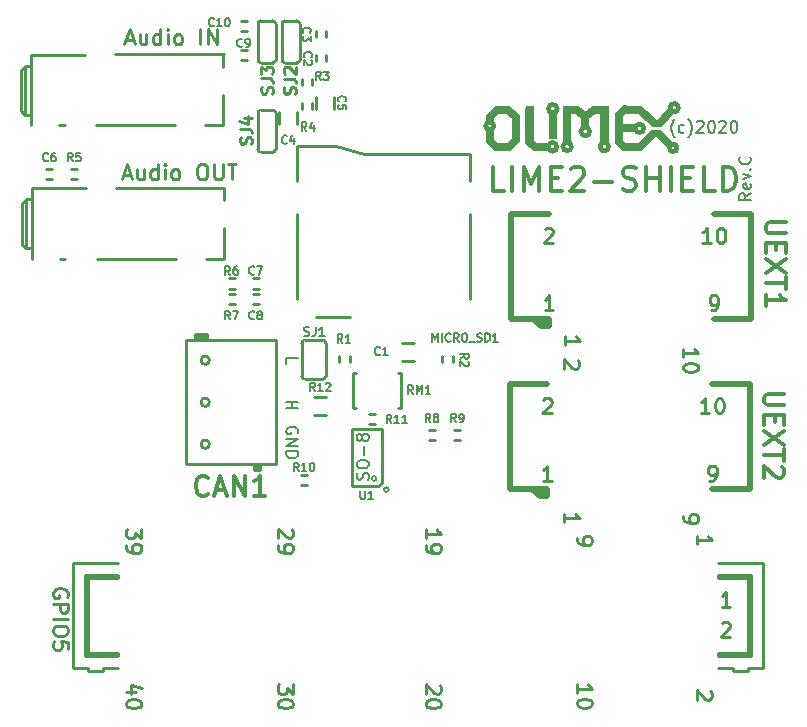
<source format=gbr>
%TF.GenerationSoftware,KiCad,Pcbnew,5.1.5+dfsg1-2build2*%
%TF.CreationDate,2020-06-30T13:18:29+03:00*%
%TF.ProjectId,Lime2-SHIELD_RevB,4c696d65-322d-4534-9849-454c445f5265,D*%
%TF.SameCoordinates,Original*%
%TF.FileFunction,Legend,Top*%
%TF.FilePolarity,Positive*%
%FSLAX46Y46*%
G04 Gerber Fmt 4.6, Leading zero omitted, Abs format (unit mm)*
G04 Created by KiCad (PCBNEW 5.1.5+dfsg1-2build2) date 2020-06-30 13:18:29*
%MOMM*%
%LPD*%
G04 APERTURE LIST*
%ADD10C,0.150000*%
%ADD11C,0.250000*%
%ADD12C,0.350000*%
%ADD13C,0.254000*%
%ADD14C,0.100000*%
%ADD15C,0.700000*%
%ADD16C,0.400000*%
%ADD17C,0.500000*%
%ADD18C,0.508000*%
%ADD19C,0.127000*%
%ADD20C,0.190500*%
%ADD21C,0.300000*%
%ADD22C,0.203200*%
G04 APERTURE END LIST*
D10*
X162707580Y-57016495D02*
X162231390Y-57349828D01*
X162707580Y-57587923D02*
X161707580Y-57587923D01*
X161707580Y-57206971D01*
X161755200Y-57111733D01*
X161802819Y-57064114D01*
X161898057Y-57016495D01*
X162040914Y-57016495D01*
X162136152Y-57064114D01*
X162183771Y-57111733D01*
X162231390Y-57206971D01*
X162231390Y-57587923D01*
X162659961Y-56206971D02*
X162707580Y-56302209D01*
X162707580Y-56492685D01*
X162659961Y-56587923D01*
X162564723Y-56635542D01*
X162183771Y-56635542D01*
X162088533Y-56587923D01*
X162040914Y-56492685D01*
X162040914Y-56302209D01*
X162088533Y-56206971D01*
X162183771Y-56159352D01*
X162279009Y-56159352D01*
X162374247Y-56635542D01*
X162040914Y-55826019D02*
X162707580Y-55587923D01*
X162040914Y-55349828D01*
X162612342Y-54968876D02*
X162659961Y-54921257D01*
X162707580Y-54968876D01*
X162659961Y-55016495D01*
X162612342Y-54968876D01*
X162707580Y-54968876D01*
X162612342Y-53921257D02*
X162659961Y-53968876D01*
X162707580Y-54111733D01*
X162707580Y-54206971D01*
X162659961Y-54349828D01*
X162564723Y-54445066D01*
X162469485Y-54492685D01*
X162279009Y-54540304D01*
X162136152Y-54540304D01*
X161945676Y-54492685D01*
X161850438Y-54445066D01*
X161755200Y-54349828D01*
X161707580Y-54206971D01*
X161707580Y-54111733D01*
X161755200Y-53968876D01*
X161802819Y-53921257D01*
D11*
X156961904Y-70902380D02*
X156961904Y-70159523D01*
X156961904Y-70530952D02*
X158261904Y-70530952D01*
X158076190Y-70407142D01*
X157952380Y-70283333D01*
X157890476Y-70159523D01*
X158261904Y-71707142D02*
X158261904Y-71830952D01*
X158200000Y-71954761D01*
X158138095Y-72016666D01*
X158014285Y-72078571D01*
X157766666Y-72140476D01*
X157457142Y-72140476D01*
X157209523Y-72078571D01*
X157085714Y-72016666D01*
X157023809Y-71954761D01*
X156961904Y-71830952D01*
X156961904Y-71707142D01*
X157023809Y-71583333D01*
X157085714Y-71521428D01*
X157209523Y-71459523D01*
X157457142Y-71397619D01*
X157766666Y-71397619D01*
X158014285Y-71459523D01*
X158138095Y-71521428D01*
X158200000Y-71583333D01*
X158261904Y-71707142D01*
X156961904Y-84302380D02*
X156961904Y-84550000D01*
X157023809Y-84673809D01*
X157085714Y-84735714D01*
X157271428Y-84859523D01*
X157519047Y-84921428D01*
X158014285Y-84921428D01*
X158138095Y-84859523D01*
X158200000Y-84797619D01*
X158261904Y-84673809D01*
X158261904Y-84426190D01*
X158200000Y-84302380D01*
X158138095Y-84240476D01*
X158014285Y-84178571D01*
X157704761Y-84178571D01*
X157580952Y-84240476D01*
X157519047Y-84302380D01*
X157457142Y-84426190D01*
X157457142Y-84673809D01*
X157519047Y-84797619D01*
X157580952Y-84859523D01*
X157704761Y-84921428D01*
X148038095Y-71128571D02*
X148100000Y-71190476D01*
X148161904Y-71314285D01*
X148161904Y-71623809D01*
X148100000Y-71747619D01*
X148038095Y-71809523D01*
X147914285Y-71871428D01*
X147790476Y-71871428D01*
X147604761Y-71809523D01*
X146861904Y-71066666D01*
X146861904Y-71871428D01*
X146961904Y-69871428D02*
X146961904Y-69128571D01*
X146961904Y-69500000D02*
X148261904Y-69500000D01*
X148076190Y-69376190D01*
X147952380Y-69252380D01*
X147890476Y-69128571D01*
X146911904Y-84871428D02*
X146911904Y-84128571D01*
X146911904Y-84500000D02*
X148211904Y-84500000D01*
X148026190Y-84376190D01*
X147902380Y-84252380D01*
X147840476Y-84128571D01*
D10*
X123372619Y-74644285D02*
X124372619Y-74644285D01*
X123896428Y-74644285D02*
X123896428Y-75215714D01*
X123372619Y-75215714D02*
X124372619Y-75215714D01*
X123372619Y-71429523D02*
X123372619Y-70953333D01*
X124372619Y-70953333D01*
X124325000Y-77343095D02*
X124372619Y-77247857D01*
X124372619Y-77105000D01*
X124325000Y-76962142D01*
X124229761Y-76866904D01*
X124134523Y-76819285D01*
X123944047Y-76771666D01*
X123801190Y-76771666D01*
X123610714Y-76819285D01*
X123515476Y-76866904D01*
X123420238Y-76962142D01*
X123372619Y-77105000D01*
X123372619Y-77200238D01*
X123420238Y-77343095D01*
X123467857Y-77390714D01*
X123801190Y-77390714D01*
X123801190Y-77200238D01*
X123372619Y-77819285D02*
X124372619Y-77819285D01*
X123372619Y-78390714D01*
X124372619Y-78390714D01*
X123372619Y-78866904D02*
X124372619Y-78866904D01*
X124372619Y-79105000D01*
X124325000Y-79247857D01*
X124229761Y-79343095D01*
X124134523Y-79390714D01*
X123944047Y-79438333D01*
X123801190Y-79438333D01*
X123610714Y-79390714D01*
X123515476Y-79343095D01*
X123420238Y-79247857D01*
X123372619Y-79105000D01*
X123372619Y-78866904D01*
D11*
X109564285Y-55461666D02*
X110183333Y-55461666D01*
X109440476Y-55833095D02*
X109873809Y-54533095D01*
X110307142Y-55833095D01*
X111297619Y-54966428D02*
X111297619Y-55833095D01*
X110740476Y-54966428D02*
X110740476Y-55647380D01*
X110802380Y-55771190D01*
X110926190Y-55833095D01*
X111111904Y-55833095D01*
X111235714Y-55771190D01*
X111297619Y-55709285D01*
X112473809Y-55833095D02*
X112473809Y-54533095D01*
X112473809Y-55771190D02*
X112350000Y-55833095D01*
X112102380Y-55833095D01*
X111978571Y-55771190D01*
X111916666Y-55709285D01*
X111854761Y-55585476D01*
X111854761Y-55214047D01*
X111916666Y-55090238D01*
X111978571Y-55028333D01*
X112102380Y-54966428D01*
X112350000Y-54966428D01*
X112473809Y-55028333D01*
X113092857Y-55833095D02*
X113092857Y-54966428D01*
X113092857Y-54533095D02*
X113030952Y-54595000D01*
X113092857Y-54656904D01*
X113154761Y-54595000D01*
X113092857Y-54533095D01*
X113092857Y-54656904D01*
X113897619Y-55833095D02*
X113773809Y-55771190D01*
X113711904Y-55709285D01*
X113650000Y-55585476D01*
X113650000Y-55214047D01*
X113711904Y-55090238D01*
X113773809Y-55028333D01*
X113897619Y-54966428D01*
X114083333Y-54966428D01*
X114207142Y-55028333D01*
X114269047Y-55090238D01*
X114330952Y-55214047D01*
X114330952Y-55585476D01*
X114269047Y-55709285D01*
X114207142Y-55771190D01*
X114083333Y-55833095D01*
X113897619Y-55833095D01*
X116126190Y-54533095D02*
X116373809Y-54533095D01*
X116497619Y-54595000D01*
X116621428Y-54718809D01*
X116683333Y-54966428D01*
X116683333Y-55399761D01*
X116621428Y-55647380D01*
X116497619Y-55771190D01*
X116373809Y-55833095D01*
X116126190Y-55833095D01*
X116002380Y-55771190D01*
X115878571Y-55647380D01*
X115816666Y-55399761D01*
X115816666Y-54966428D01*
X115878571Y-54718809D01*
X116002380Y-54595000D01*
X116126190Y-54533095D01*
X117240476Y-54533095D02*
X117240476Y-55585476D01*
X117302380Y-55709285D01*
X117364285Y-55771190D01*
X117488095Y-55833095D01*
X117735714Y-55833095D01*
X117859523Y-55771190D01*
X117921428Y-55709285D01*
X117983333Y-55585476D01*
X117983333Y-54533095D01*
X118416666Y-54533095D02*
X119159523Y-54533095D01*
X118788095Y-55833095D02*
X118788095Y-54533095D01*
X109795952Y-44031666D02*
X110415000Y-44031666D01*
X109672142Y-44403095D02*
X110105476Y-43103095D01*
X110538809Y-44403095D01*
X111529285Y-43536428D02*
X111529285Y-44403095D01*
X110972142Y-43536428D02*
X110972142Y-44217380D01*
X111034047Y-44341190D01*
X111157857Y-44403095D01*
X111343571Y-44403095D01*
X111467380Y-44341190D01*
X111529285Y-44279285D01*
X112705476Y-44403095D02*
X112705476Y-43103095D01*
X112705476Y-44341190D02*
X112581666Y-44403095D01*
X112334047Y-44403095D01*
X112210238Y-44341190D01*
X112148333Y-44279285D01*
X112086428Y-44155476D01*
X112086428Y-43784047D01*
X112148333Y-43660238D01*
X112210238Y-43598333D01*
X112334047Y-43536428D01*
X112581666Y-43536428D01*
X112705476Y-43598333D01*
X113324523Y-44403095D02*
X113324523Y-43536428D01*
X113324523Y-43103095D02*
X113262619Y-43165000D01*
X113324523Y-43226904D01*
X113386428Y-43165000D01*
X113324523Y-43103095D01*
X113324523Y-43226904D01*
X114129285Y-44403095D02*
X114005476Y-44341190D01*
X113943571Y-44279285D01*
X113881666Y-44155476D01*
X113881666Y-43784047D01*
X113943571Y-43660238D01*
X114005476Y-43598333D01*
X114129285Y-43536428D01*
X114315000Y-43536428D01*
X114438809Y-43598333D01*
X114500714Y-43660238D01*
X114562619Y-43784047D01*
X114562619Y-44155476D01*
X114500714Y-44279285D01*
X114438809Y-44341190D01*
X114315000Y-44403095D01*
X114129285Y-44403095D01*
X116110238Y-44403095D02*
X116110238Y-43103095D01*
X116729285Y-44403095D02*
X116729285Y-43103095D01*
X117472142Y-44403095D01*
X117472142Y-43103095D01*
D10*
X156273809Y-52268333D02*
X156226190Y-52220714D01*
X156130952Y-52077857D01*
X156083333Y-51982619D01*
X156035714Y-51839761D01*
X155988095Y-51601666D01*
X155988095Y-51411190D01*
X156035714Y-51173095D01*
X156083333Y-51030238D01*
X156130952Y-50935000D01*
X156226190Y-50792142D01*
X156273809Y-50744523D01*
X157083333Y-51839761D02*
X156988095Y-51887380D01*
X156797619Y-51887380D01*
X156702380Y-51839761D01*
X156654761Y-51792142D01*
X156607142Y-51696904D01*
X156607142Y-51411190D01*
X156654761Y-51315952D01*
X156702380Y-51268333D01*
X156797619Y-51220714D01*
X156988095Y-51220714D01*
X157083333Y-51268333D01*
X157416666Y-52268333D02*
X157464285Y-52220714D01*
X157559523Y-52077857D01*
X157607142Y-51982619D01*
X157654761Y-51839761D01*
X157702380Y-51601666D01*
X157702380Y-51411190D01*
X157654761Y-51173095D01*
X157607142Y-51030238D01*
X157559523Y-50935000D01*
X157464285Y-50792142D01*
X157416666Y-50744523D01*
X158130952Y-50982619D02*
X158178571Y-50935000D01*
X158273809Y-50887380D01*
X158511904Y-50887380D01*
X158607142Y-50935000D01*
X158654761Y-50982619D01*
X158702380Y-51077857D01*
X158702380Y-51173095D01*
X158654761Y-51315952D01*
X158083333Y-51887380D01*
X158702380Y-51887380D01*
X159321428Y-50887380D02*
X159416666Y-50887380D01*
X159511904Y-50935000D01*
X159559523Y-50982619D01*
X159607142Y-51077857D01*
X159654761Y-51268333D01*
X159654761Y-51506428D01*
X159607142Y-51696904D01*
X159559523Y-51792142D01*
X159511904Y-51839761D01*
X159416666Y-51887380D01*
X159321428Y-51887380D01*
X159226190Y-51839761D01*
X159178571Y-51792142D01*
X159130952Y-51696904D01*
X159083333Y-51506428D01*
X159083333Y-51268333D01*
X159130952Y-51077857D01*
X159178571Y-50982619D01*
X159226190Y-50935000D01*
X159321428Y-50887380D01*
X160035714Y-50982619D02*
X160083333Y-50935000D01*
X160178571Y-50887380D01*
X160416666Y-50887380D01*
X160511904Y-50935000D01*
X160559523Y-50982619D01*
X160607142Y-51077857D01*
X160607142Y-51173095D01*
X160559523Y-51315952D01*
X159988095Y-51887380D01*
X160607142Y-51887380D01*
X161226190Y-50887380D02*
X161321428Y-50887380D01*
X161416666Y-50935000D01*
X161464285Y-50982619D01*
X161511904Y-51077857D01*
X161559523Y-51268333D01*
X161559523Y-51506428D01*
X161511904Y-51696904D01*
X161464285Y-51792142D01*
X161416666Y-51839761D01*
X161321428Y-51887380D01*
X161226190Y-51887380D01*
X161130952Y-51839761D01*
X161083333Y-51792142D01*
X161035714Y-51696904D01*
X160988095Y-51506428D01*
X160988095Y-51268333D01*
X161035714Y-51077857D01*
X161083333Y-50982619D01*
X161130952Y-50935000D01*
X161226190Y-50887380D01*
D12*
X141844285Y-56784761D02*
X140891904Y-56784761D01*
X140891904Y-54784761D01*
X142510952Y-56784761D02*
X142510952Y-54784761D01*
X143463333Y-56784761D02*
X143463333Y-54784761D01*
X144130000Y-56213333D01*
X144796666Y-54784761D01*
X144796666Y-56784761D01*
X145749047Y-55737142D02*
X146415714Y-55737142D01*
X146701428Y-56784761D02*
X145749047Y-56784761D01*
X145749047Y-54784761D01*
X146701428Y-54784761D01*
X147463333Y-54975238D02*
X147558571Y-54880000D01*
X147749047Y-54784761D01*
X148225238Y-54784761D01*
X148415714Y-54880000D01*
X148510952Y-54975238D01*
X148606190Y-55165714D01*
X148606190Y-55356190D01*
X148510952Y-55641904D01*
X147368095Y-56784761D01*
X148606190Y-56784761D01*
X149463333Y-56022857D02*
X150987142Y-56022857D01*
X151844285Y-56689523D02*
X152130000Y-56784761D01*
X152606190Y-56784761D01*
X152796666Y-56689523D01*
X152891904Y-56594285D01*
X152987142Y-56403809D01*
X152987142Y-56213333D01*
X152891904Y-56022857D01*
X152796666Y-55927619D01*
X152606190Y-55832380D01*
X152225238Y-55737142D01*
X152034761Y-55641904D01*
X151939523Y-55546666D01*
X151844285Y-55356190D01*
X151844285Y-55165714D01*
X151939523Y-54975238D01*
X152034761Y-54880000D01*
X152225238Y-54784761D01*
X152701428Y-54784761D01*
X152987142Y-54880000D01*
X153844285Y-56784761D02*
X153844285Y-54784761D01*
X153844285Y-55737142D02*
X154987142Y-55737142D01*
X154987142Y-56784761D02*
X154987142Y-54784761D01*
X155939523Y-56784761D02*
X155939523Y-54784761D01*
X156891904Y-55737142D02*
X157558571Y-55737142D01*
X157844285Y-56784761D02*
X156891904Y-56784761D01*
X156891904Y-54784761D01*
X157844285Y-54784761D01*
X159653809Y-56784761D02*
X158701428Y-56784761D01*
X158701428Y-54784761D01*
X160320476Y-56784761D02*
X160320476Y-54784761D01*
X160796666Y-54784761D01*
X161082380Y-54880000D01*
X161272857Y-55070476D01*
X161368095Y-55260952D01*
X161463333Y-55641904D01*
X161463333Y-55927619D01*
X161368095Y-56308571D01*
X161272857Y-56499047D01*
X161082380Y-56689523D01*
X160796666Y-56784761D01*
X160320476Y-56784761D01*
D11*
X110666971Y-99247371D02*
X109800304Y-99247371D01*
X111162209Y-98937847D02*
X110233638Y-98628323D01*
X110233638Y-99433085D01*
X111100304Y-100175942D02*
X111100304Y-100299752D01*
X111038400Y-100423561D01*
X110976495Y-100485466D01*
X110852685Y-100547371D01*
X110605066Y-100609276D01*
X110295542Y-100609276D01*
X110047923Y-100547371D01*
X109924114Y-100485466D01*
X109862209Y-100423561D01*
X109800304Y-100299752D01*
X109800304Y-100175942D01*
X109862209Y-100052133D01*
X109924114Y-99990228D01*
X110047923Y-99928323D01*
X110295542Y-99866419D01*
X110605066Y-99866419D01*
X110852685Y-99928323D01*
X110976495Y-99990228D01*
X111038400Y-100052133D01*
X111100304Y-100175942D01*
X111100304Y-85409219D02*
X111100304Y-86213980D01*
X110605066Y-85780647D01*
X110605066Y-85966361D01*
X110543161Y-86090171D01*
X110481257Y-86152076D01*
X110357447Y-86213980D01*
X110047923Y-86213980D01*
X109924114Y-86152076D01*
X109862209Y-86090171D01*
X109800304Y-85966361D01*
X109800304Y-85594933D01*
X109862209Y-85471123D01*
X109924114Y-85409219D01*
X109800304Y-86833028D02*
X109800304Y-87080647D01*
X109862209Y-87204457D01*
X109924114Y-87266361D01*
X110109828Y-87390171D01*
X110357447Y-87452076D01*
X110852685Y-87452076D01*
X110976495Y-87390171D01*
X111038400Y-87328266D01*
X111100304Y-87204457D01*
X111100304Y-86956838D01*
X111038400Y-86833028D01*
X110976495Y-86771123D01*
X110852685Y-86709219D01*
X110543161Y-86709219D01*
X110419352Y-86771123D01*
X110357447Y-86833028D01*
X110295542Y-86956838D01*
X110295542Y-87204457D01*
X110357447Y-87328266D01*
X110419352Y-87390171D01*
X110543161Y-87452076D01*
X123952704Y-98566419D02*
X123952704Y-99371180D01*
X123457466Y-98937847D01*
X123457466Y-99123561D01*
X123395561Y-99247371D01*
X123333657Y-99309276D01*
X123209847Y-99371180D01*
X122900323Y-99371180D01*
X122776514Y-99309276D01*
X122714609Y-99247371D01*
X122652704Y-99123561D01*
X122652704Y-98752133D01*
X122714609Y-98628323D01*
X122776514Y-98566419D01*
X123952704Y-100175942D02*
X123952704Y-100299752D01*
X123890800Y-100423561D01*
X123828895Y-100485466D01*
X123705085Y-100547371D01*
X123457466Y-100609276D01*
X123147942Y-100609276D01*
X122900323Y-100547371D01*
X122776514Y-100485466D01*
X122714609Y-100423561D01*
X122652704Y-100299752D01*
X122652704Y-100175942D01*
X122714609Y-100052133D01*
X122776514Y-99990228D01*
X122900323Y-99928323D01*
X123147942Y-99866419D01*
X123457466Y-99866419D01*
X123705085Y-99928323D01*
X123828895Y-99990228D01*
X123890800Y-100052133D01*
X123952704Y-100175942D01*
X123828895Y-85471123D02*
X123890800Y-85533028D01*
X123952704Y-85656838D01*
X123952704Y-85966361D01*
X123890800Y-86090171D01*
X123828895Y-86152076D01*
X123705085Y-86213980D01*
X123581276Y-86213980D01*
X123395561Y-86152076D01*
X122652704Y-85409219D01*
X122652704Y-86213980D01*
X122652704Y-86833028D02*
X122652704Y-87080647D01*
X122714609Y-87204457D01*
X122776514Y-87266361D01*
X122962228Y-87390171D01*
X123209847Y-87452076D01*
X123705085Y-87452076D01*
X123828895Y-87390171D01*
X123890800Y-87328266D01*
X123952704Y-87204457D01*
X123952704Y-86956838D01*
X123890800Y-86833028D01*
X123828895Y-86771123D01*
X123705085Y-86709219D01*
X123395561Y-86709219D01*
X123271752Y-86771123D01*
X123209847Y-86833028D01*
X123147942Y-86956838D01*
X123147942Y-87204457D01*
X123209847Y-87328266D01*
X123271752Y-87390171D01*
X123395561Y-87452076D01*
X135174904Y-86213980D02*
X135174904Y-85471123D01*
X135174904Y-85842552D02*
X136474904Y-85842552D01*
X136289190Y-85718742D01*
X136165380Y-85594933D01*
X136103476Y-85471123D01*
X135174904Y-86833028D02*
X135174904Y-87080647D01*
X135236809Y-87204457D01*
X135298714Y-87266361D01*
X135484428Y-87390171D01*
X135732047Y-87452076D01*
X136227285Y-87452076D01*
X136351095Y-87390171D01*
X136413000Y-87328266D01*
X136474904Y-87204457D01*
X136474904Y-86956838D01*
X136413000Y-86833028D01*
X136351095Y-86771123D01*
X136227285Y-86709219D01*
X135917761Y-86709219D01*
X135793952Y-86771123D01*
X135732047Y-86833028D01*
X135670142Y-86956838D01*
X135670142Y-87204457D01*
X135732047Y-87328266D01*
X135793952Y-87390171D01*
X135917761Y-87452076D01*
X136351095Y-98628323D02*
X136413000Y-98690228D01*
X136474904Y-98814038D01*
X136474904Y-99123561D01*
X136413000Y-99247371D01*
X136351095Y-99309276D01*
X136227285Y-99371180D01*
X136103476Y-99371180D01*
X135917761Y-99309276D01*
X135174904Y-98566419D01*
X135174904Y-99371180D01*
X136474904Y-100175942D02*
X136474904Y-100299752D01*
X136413000Y-100423561D01*
X136351095Y-100485466D01*
X136227285Y-100547371D01*
X135979666Y-100609276D01*
X135670142Y-100609276D01*
X135422523Y-100547371D01*
X135298714Y-100485466D01*
X135236809Y-100423561D01*
X135174904Y-100299752D01*
X135174904Y-100175942D01*
X135236809Y-100052133D01*
X135298714Y-99990228D01*
X135422523Y-99928323D01*
X135670142Y-99866419D01*
X135979666Y-99866419D01*
X136227285Y-99928323D01*
X136351095Y-99990228D01*
X136413000Y-100052133D01*
X136474904Y-100175942D01*
X147976504Y-86163180D02*
X147976504Y-86410800D01*
X148038409Y-86534609D01*
X148100314Y-86596514D01*
X148286028Y-86720323D01*
X148533647Y-86782228D01*
X149028885Y-86782228D01*
X149152695Y-86720323D01*
X149214600Y-86658419D01*
X149276504Y-86534609D01*
X149276504Y-86286990D01*
X149214600Y-86163180D01*
X149152695Y-86101276D01*
X149028885Y-86039371D01*
X148719361Y-86039371D01*
X148595552Y-86101276D01*
X148533647Y-86163180D01*
X148471742Y-86286990D01*
X148471742Y-86534609D01*
X148533647Y-86658419D01*
X148595552Y-86720323D01*
X148719361Y-86782228D01*
X147976504Y-99320380D02*
X147976504Y-98577523D01*
X147976504Y-98948952D02*
X149276504Y-98948952D01*
X149090790Y-98825142D01*
X148966980Y-98701333D01*
X148905076Y-98577523D01*
X149276504Y-100125142D02*
X149276504Y-100248952D01*
X149214600Y-100372761D01*
X149152695Y-100434666D01*
X149028885Y-100496571D01*
X148781266Y-100558476D01*
X148471742Y-100558476D01*
X148224123Y-100496571D01*
X148100314Y-100434666D01*
X148038409Y-100372761D01*
X147976504Y-100248952D01*
X147976504Y-100125142D01*
X148038409Y-100001333D01*
X148100314Y-99939428D01*
X148224123Y-99877523D01*
X148471742Y-99815619D01*
X148781266Y-99815619D01*
X149028885Y-99877523D01*
X149152695Y-99939428D01*
X149214600Y-100001333D01*
X149276504Y-100125142D01*
X159288095Y-99145771D02*
X159350000Y-99207676D01*
X159411904Y-99331485D01*
X159411904Y-99641009D01*
X159350000Y-99764819D01*
X159288095Y-99826723D01*
X159164285Y-99888628D01*
X159040476Y-99888628D01*
X158854761Y-99826723D01*
X158111904Y-99083866D01*
X158111904Y-99888628D01*
X158111904Y-86731428D02*
X158111904Y-85988571D01*
X158111904Y-86360000D02*
X159411904Y-86360000D01*
X159226190Y-86236190D01*
X159102380Y-86112380D01*
X159040476Y-85988571D01*
D13*
%TO.C,SJ1*%
X124684000Y-72497000D02*
X124684000Y-69703000D01*
X124938000Y-72751000D02*
X126462000Y-72751000D01*
X124938000Y-69449000D02*
X126462000Y-69449000D01*
X126716000Y-69703000D02*
X126716000Y-72497000D01*
X126462000Y-72751000D02*
G75*
G03X126716000Y-72497000I0J254000D01*
G01*
X126716000Y-69703000D02*
G75*
G03X126462000Y-69449000I-254000J0D01*
G01*
X124938000Y-69449000D02*
G75*
G03X124684000Y-69703000I0J-254000D01*
G01*
X124684000Y-72497000D02*
G75*
G03X124938000Y-72751000I254000J0D01*
G01*
D14*
%TO.C,*%
X152006300Y-49606200D02*
X153377900Y-49606200D01*
X153377900Y-49606200D02*
X153428700Y-49606200D01*
X153428700Y-49606200D02*
X154686000Y-50850800D01*
X150482300Y-49720500D02*
X150583900Y-49720500D01*
X150634700Y-49657000D02*
X150634700Y-49644300D01*
X150634700Y-49644300D02*
X149339300Y-49644300D01*
X149339300Y-49644300D02*
X149313900Y-49644300D01*
X149313900Y-49644300D02*
X148691600Y-50139600D01*
X150634700Y-52666900D02*
X150634700Y-49657000D01*
X146977100Y-49707800D02*
X146900900Y-49707800D01*
X146824700Y-49644300D02*
X148069300Y-49644300D01*
X148069300Y-49644300D02*
X148653500Y-50126900D01*
X146824700Y-52641500D02*
X146824700Y-49657000D01*
X146088100Y-52235100D02*
X146177000Y-52235100D01*
X145745200Y-52235100D02*
X145681700Y-52235100D01*
X145605500Y-52298600D02*
X146215100Y-52298600D01*
X146215100Y-52298600D02*
X146240500Y-52298600D01*
X146240500Y-52298600D02*
X146240500Y-50279300D01*
X145605500Y-50279300D02*
X145605500Y-52298600D01*
X144106900Y-49669700D02*
X144221200Y-49669700D01*
X143979900Y-49593500D02*
X144284700Y-49593500D01*
X144284700Y-49593500D02*
X144284700Y-52628800D01*
X143802100Y-49682400D02*
X143738600Y-49669700D01*
X143687800Y-49593500D02*
X143675100Y-49593500D01*
X143675100Y-49593500D02*
X143662400Y-49593500D01*
X143662400Y-49593500D02*
X143662400Y-52743100D01*
X143967200Y-49593500D02*
X143687800Y-49593500D01*
D15*
X143967200Y-52666900D02*
X143967200Y-49936400D01*
X150304500Y-49949100D02*
X150304500Y-52552600D01*
X142189200Y-49936400D02*
X141185900Y-49936400D01*
X142811500Y-50546000D02*
X142811500Y-52476400D01*
X140589000Y-50584100D02*
X140589000Y-50825400D01*
X140589000Y-52552600D02*
X141173200Y-53124100D01*
X140601700Y-52565300D02*
X140601700Y-51803300D01*
X141160500Y-53124100D02*
X142201900Y-53124100D01*
D16*
X153648659Y-51511200D02*
G75*
G03X153648659Y-51511200I-359659J0D01*
G01*
D15*
X152781000Y-51511200D02*
X151561800Y-51511200D01*
D16*
X156582135Y-49771300D02*
G75*
G03X156582135Y-49771300I-359435J0D01*
G01*
D15*
X155854400Y-50126900D02*
X154990800Y-51020600D01*
D17*
X154432000Y-51117500D02*
X154990800Y-51117500D01*
D15*
X153314400Y-49936400D02*
X154406600Y-51003200D01*
X152092500Y-49936400D02*
X153314400Y-49936400D01*
X151561800Y-50419000D02*
X152044400Y-49911000D01*
X151561800Y-50444400D02*
X151561800Y-52679600D01*
X151561800Y-52679600D02*
X151993600Y-53111400D01*
X151993600Y-53111400D02*
X153314400Y-53111400D01*
X153314400Y-53111400D02*
X154457400Y-51993800D01*
D17*
X154457400Y-51892200D02*
X154990800Y-51892200D01*
D15*
X155803600Y-52806600D02*
X154965400Y-51993800D01*
D16*
X156463266Y-53162200D02*
G75*
G03X156463266Y-53162200I-329466J0D01*
G01*
X150667729Y-53073300D02*
G75*
G03X150667729Y-53073300I-363229J0D01*
G01*
D15*
X149402800Y-49961800D02*
X150291800Y-49961800D01*
D16*
X149062518Y-51790600D02*
G75*
G03X149062518Y-51790600I-370918J0D01*
G01*
D15*
X148767800Y-50469800D02*
X149402800Y-49961800D01*
X148691600Y-51257200D02*
X148691600Y-50546000D01*
X147980400Y-49961800D02*
X148590000Y-50469800D01*
X147142200Y-49961800D02*
X147980400Y-49961800D01*
X147142200Y-52552600D02*
X147142200Y-49961800D01*
D16*
X147514559Y-53060600D02*
G75*
G03X147514559Y-53060600I-359659J0D01*
G01*
X146309218Y-49860200D02*
G75*
G03X146309218Y-49860200I-373518J0D01*
G01*
D15*
X145923000Y-50393600D02*
X145923000Y-51993800D01*
D16*
X146289324Y-53086000D02*
G75*
G03X146289324Y-53086000I-366324J0D01*
G01*
D15*
X145410200Y-53111400D02*
X144424400Y-53111400D01*
X144424400Y-53111400D02*
X143967200Y-52654200D01*
X142798800Y-52514500D02*
X142240000Y-53098700D01*
X142189200Y-49949100D02*
X142824200Y-50558700D01*
X140589000Y-50533300D02*
X141097000Y-50025300D01*
D16*
X140939147Y-51308000D02*
G75*
G03X140939147Y-51308000I-337447J0D01*
G01*
D13*
%TO.C,C10*%
X119800000Y-43294500D02*
X120054000Y-43294500D01*
X119800000Y-43294500D02*
X119546000Y-43294500D01*
X119800000Y-42405500D02*
X119546000Y-42405500D01*
X119800000Y-42405500D02*
X120054000Y-42405500D01*
%TO.C,C9*%
X119800000Y-45744500D02*
X120054000Y-45744500D01*
X119800000Y-45744500D02*
X119546000Y-45744500D01*
X119800000Y-44855500D02*
X119546000Y-44855500D01*
X119800000Y-44855500D02*
X120054000Y-44855500D01*
%TO.C,SJ4*%
X120967500Y-53276500D02*
G75*
G03X121221500Y-53530500I254000J0D01*
G01*
X121221500Y-49974500D02*
G75*
G03X120967500Y-50228500I0J-254000D01*
G01*
X122491500Y-50228500D02*
G75*
G03X122237500Y-49974500I-254000J0D01*
G01*
X122237500Y-53530500D02*
G75*
G03X122491500Y-53276500I0J254000D01*
G01*
X122491500Y-50228500D02*
X122491500Y-53276500D01*
X121221500Y-49974500D02*
X122237500Y-49974500D01*
X121221500Y-53530500D02*
X122237500Y-53530500D01*
X120967500Y-53276500D02*
X120967500Y-50228500D01*
%TO.C,SJ3*%
X120967500Y-45720000D02*
G75*
G03X121221500Y-45974000I254000J0D01*
G01*
X121221500Y-42418000D02*
G75*
G03X120967500Y-42672000I0J-254000D01*
G01*
X122491500Y-42672000D02*
G75*
G03X122237500Y-42418000I-254000J0D01*
G01*
X122237500Y-45974000D02*
G75*
G03X122491500Y-45720000I0J254000D01*
G01*
X122491500Y-42672000D02*
X122491500Y-45720000D01*
X121221500Y-42418000D02*
X122237500Y-42418000D01*
X121221500Y-45974000D02*
X122237500Y-45974000D01*
X120967500Y-45720000D02*
X120967500Y-42672000D01*
%TO.C,SJ2*%
X122999500Y-45720000D02*
G75*
G03X123253500Y-45974000I254000J0D01*
G01*
X123253500Y-42418000D02*
G75*
G03X122999500Y-42672000I0J-254000D01*
G01*
X124523500Y-42672000D02*
G75*
G03X124269500Y-42418000I-254000J0D01*
G01*
X124269500Y-45974000D02*
G75*
G03X124523500Y-45720000I0J254000D01*
G01*
X124523500Y-42672000D02*
X124523500Y-45720000D01*
X123253500Y-42418000D02*
X124269500Y-42418000D01*
X123253500Y-45974000D02*
X124269500Y-45974000D01*
X122999500Y-45720000D02*
X122999500Y-42672000D01*
D18*
%TO.C,UEXT2*%
X142303500Y-82042000D02*
X142303500Y-73152000D01*
X162623500Y-82042000D02*
X162623500Y-73152000D01*
X162623500Y-73152000D02*
X159448500Y-73152000D01*
X145478500Y-73152000D02*
X142303500Y-73152000D01*
X142303500Y-82042000D02*
X145478500Y-82042000D01*
X162623500Y-82042000D02*
X159448500Y-82042000D01*
X144843500Y-82677000D02*
X145478500Y-82677000D01*
X144843500Y-82677000D02*
X144843500Y-82042000D01*
X145478500Y-82677000D02*
X145478500Y-82042000D01*
X145161000Y-82677000D02*
X145161000Y-82042000D01*
X144843500Y-82677000D02*
X144208500Y-82042000D01*
%TO.C,UEXT1*%
X142430500Y-67627500D02*
X142430500Y-58737500D01*
X162750500Y-67627500D02*
X162750500Y-58737500D01*
X162750500Y-58737500D02*
X159575500Y-58737500D01*
X145605500Y-58737500D02*
X142430500Y-58737500D01*
X142430500Y-67627500D02*
X145605500Y-67627500D01*
X162750500Y-67627500D02*
X159575500Y-67627500D01*
X144970500Y-68262500D02*
X145605500Y-68262500D01*
X144970500Y-68262500D02*
X144970500Y-67627500D01*
X145605500Y-68262500D02*
X145605500Y-67627500D01*
X145288000Y-68262500D02*
X145288000Y-67627500D01*
X144970500Y-68262500D02*
X144335500Y-67627500D01*
D19*
%TO.C,U1*%
X132036266Y-82100420D02*
G75*
G03X132036266Y-82100420I-197566J0D01*
G01*
D13*
X128910080Y-76977240D02*
X131439920Y-76977240D01*
X131439920Y-76977240D02*
X131439920Y-81508600D01*
X131439920Y-81508600D02*
X131173220Y-81772760D01*
X131173220Y-81772760D02*
X128910080Y-81772760D01*
X128910080Y-81772760D02*
X128910080Y-76977240D01*
D19*
X131007566Y-81153000D02*
G75*
G03X131007566Y-81153000I-197566J0D01*
G01*
D13*
%TO.C,RM1*%
X129057400Y-72250300D02*
X129273300Y-72250300D01*
X129057400Y-75196700D02*
X129057400Y-72250300D01*
X129247900Y-75196700D02*
X129057400Y-75196700D01*
X133070600Y-72250300D02*
X132854700Y-72250300D01*
X133045200Y-75196700D02*
X132867400Y-75196700D01*
X133057900Y-75196700D02*
X133057900Y-72250300D01*
%TO.C,R12*%
X126758000Y-74288000D02*
X125742000Y-74288000D01*
X126758000Y-75812000D02*
X125742000Y-75812000D01*
%TO.C,R11*%
X130619500Y-76581000D02*
X130873500Y-76581000D01*
X130619500Y-76581000D02*
X130365500Y-76581000D01*
X130619500Y-75692000D02*
X130365500Y-75692000D01*
X130619500Y-75692000D02*
X130873500Y-75692000D01*
%TO.C,R10*%
X124904500Y-81724500D02*
X125158500Y-81724500D01*
X124904500Y-81724500D02*
X124650500Y-81724500D01*
X124904500Y-80835500D02*
X124650500Y-80835500D01*
X124904500Y-80835500D02*
X125158500Y-80835500D01*
%TO.C,R9*%
X137858500Y-77025500D02*
X137604500Y-77025500D01*
X137858500Y-77025500D02*
X138112500Y-77025500D01*
X137858500Y-77914500D02*
X138112500Y-77914500D01*
X137858500Y-77914500D02*
X137604500Y-77914500D01*
%TO.C,R8*%
X135699500Y-77025500D02*
X135445500Y-77025500D01*
X135699500Y-77025500D02*
X135953500Y-77025500D01*
X135699500Y-77914500D02*
X135953500Y-77914500D01*
X135699500Y-77914500D02*
X135445500Y-77914500D01*
%TO.C,R7*%
X118745000Y-66421000D02*
X118999000Y-66421000D01*
X118745000Y-66421000D02*
X118491000Y-66421000D01*
X118745000Y-65532000D02*
X118491000Y-65532000D01*
X118745000Y-65532000D02*
X118999000Y-65532000D01*
%TO.C,R6*%
X118745000Y-65087500D02*
X118999000Y-65087500D01*
X118745000Y-65087500D02*
X118491000Y-65087500D01*
X118745000Y-64198500D02*
X118491000Y-64198500D01*
X118745000Y-64198500D02*
X118999000Y-64198500D01*
%TO.C,R5*%
X105410000Y-54927500D02*
X105156000Y-54927500D01*
X105410000Y-54927500D02*
X105664000Y-54927500D01*
X105410000Y-55816500D02*
X105664000Y-55816500D01*
X105410000Y-55816500D02*
X105156000Y-55816500D01*
%TO.C,R4*%
X124705500Y-49645500D02*
X124705500Y-49899500D01*
X124705500Y-49645500D02*
X124705500Y-49391500D01*
X125594500Y-49645500D02*
X125594500Y-49391500D01*
X125594500Y-49645500D02*
X125594500Y-49899500D01*
%TO.C,R3*%
X124705500Y-47550000D02*
X124705500Y-47804000D01*
X124705500Y-47550000D02*
X124705500Y-47296000D01*
X125594500Y-47550000D02*
X125594500Y-47296000D01*
X125594500Y-47550000D02*
X125594500Y-47804000D01*
%TO.C,R2*%
X136588500Y-71056500D02*
X136588500Y-71310500D01*
X136588500Y-71056500D02*
X136588500Y-70802500D01*
X137477500Y-71056500D02*
X137477500Y-70802500D01*
X137477500Y-71056500D02*
X137477500Y-71310500D01*
%TO.C,R1*%
X127855500Y-71050000D02*
X127855500Y-71304000D01*
X127855500Y-71050000D02*
X127855500Y-70796000D01*
X128744500Y-71050000D02*
X128744500Y-70796000D01*
X128744500Y-71050000D02*
X128744500Y-71304000D01*
%TO.C,MICRO_SD1*%
X127561240Y-52999840D02*
X129961540Y-53700880D01*
X138958220Y-55999580D02*
X138958220Y-53700880D01*
X124261780Y-55999580D02*
X124261780Y-52999840D01*
X129961540Y-53700880D02*
X138958220Y-53700880D01*
X124261780Y-52999840D02*
X127561240Y-52999840D01*
X124261780Y-65997020D02*
X124261780Y-58801200D01*
X128760120Y-67498160D02*
X125861980Y-67498160D01*
X138958220Y-65997020D02*
X138958220Y-58801200D01*
%TO.C,GPIO5*%
X109160000Y-96149000D02*
X109160000Y-95895000D01*
X109160000Y-89545000D02*
X109160000Y-89291000D01*
X159960000Y-89545000D02*
X159960000Y-89291000D01*
X159960000Y-96149000D02*
X159960000Y-95895000D01*
X159960000Y-89545000D02*
X162500000Y-89545000D01*
X163770000Y-88275000D02*
X159960000Y-88275000D01*
X162754000Y-89291000D02*
X159960000Y-89291000D01*
X162754000Y-96149000D02*
X162754000Y-89291000D01*
X159960000Y-96149000D02*
X162754000Y-96149000D01*
X106366000Y-96149000D02*
X109160000Y-96149000D01*
X106366000Y-89291000D02*
X106366000Y-96149000D01*
X109160000Y-89291000D02*
X106366000Y-89291000D01*
X106620000Y-89545000D02*
X109160000Y-89545000D01*
X161230000Y-97165000D02*
X159960000Y-97165000D01*
X161230000Y-97419000D02*
X161230000Y-97165000D01*
X162500000Y-97419000D02*
X162500000Y-97165000D01*
X161230000Y-97419000D02*
X162500000Y-97419000D01*
X109160000Y-97165000D02*
X107890000Y-97165000D01*
X106620000Y-97165000D02*
X105350000Y-97165000D01*
X107890000Y-97165000D02*
X107890000Y-97419000D01*
X106620000Y-97419000D02*
X107890000Y-97419000D01*
X106620000Y-97165000D02*
X106620000Y-97419000D01*
X163770000Y-97165000D02*
X163770000Y-88275000D01*
X105350000Y-88275000D02*
X105350000Y-97165000D01*
X105350000Y-88275000D02*
X109160000Y-88275000D01*
X163770000Y-97165000D02*
X162500000Y-97165000D01*
X162500000Y-95895000D02*
X162500000Y-89545000D01*
X106620000Y-89545000D02*
X106620000Y-95895000D01*
X109160000Y-95895000D02*
X106620000Y-95895000D01*
X162500000Y-95895000D02*
X159960000Y-95895000D01*
X106860000Y-96020000D02*
X106460000Y-96020000D01*
X162660000Y-96020000D02*
X162260000Y-96020000D01*
X162660000Y-89420000D02*
X162260000Y-89420000D01*
X106860000Y-89420000D02*
X106460000Y-89420000D01*
%TO.C,CAN1*%
X121170000Y-80100000D02*
X120670000Y-80100000D01*
X121170000Y-80300000D02*
X120670000Y-80300000D01*
X120670000Y-80450000D02*
X120670000Y-79950000D01*
X121170000Y-80450000D02*
X120670000Y-80450000D01*
X121170000Y-79950000D02*
X121170000Y-80450000D01*
X116670000Y-69300000D02*
X115670000Y-69300000D01*
X116670000Y-69100000D02*
X115670000Y-69100000D01*
X116670000Y-68950000D02*
X115670000Y-68950000D01*
X115670000Y-68950000D02*
X115670000Y-69450000D01*
X116670000Y-68950000D02*
X116670000Y-69450000D01*
X116870210Y-78256000D02*
G75*
G03X116870210Y-78256000I-359210J0D01*
G01*
X116870210Y-74700000D02*
G75*
G03X116870210Y-74700000I-359210J0D01*
G01*
X116870210Y-71144000D02*
G75*
G03X116870210Y-71144000I-359210J0D01*
G01*
X114870000Y-79950000D02*
X114870000Y-69450000D01*
X122470000Y-69450000D02*
X122470000Y-79950000D01*
X114870000Y-79950000D02*
X122470000Y-79950000D01*
X114870000Y-69450000D02*
X122470000Y-69450000D01*
%TO.C,C8*%
X120777000Y-66421000D02*
X121031000Y-66421000D01*
X120777000Y-66421000D02*
X120523000Y-66421000D01*
X120777000Y-65532000D02*
X120523000Y-65532000D01*
X120777000Y-65532000D02*
X121031000Y-65532000D01*
%TO.C,C7*%
X120777000Y-65087500D02*
X121031000Y-65087500D01*
X120777000Y-65087500D02*
X120523000Y-65087500D01*
X120777000Y-64198500D02*
X120523000Y-64198500D01*
X120777000Y-64198500D02*
X121031000Y-64198500D01*
%TO.C,C6*%
X103314500Y-54927500D02*
X103060500Y-54927500D01*
X103314500Y-54927500D02*
X103568500Y-54927500D01*
X103314500Y-55816500D02*
X103568500Y-55816500D01*
X103314500Y-55816500D02*
X103060500Y-55816500D01*
%TO.C,C5*%
X127412000Y-49858000D02*
X127412000Y-48842000D01*
X125888000Y-49858000D02*
X125888000Y-48842000D01*
%TO.C,C4*%
X122788000Y-50142000D02*
X122788000Y-51158000D01*
X124312000Y-50142000D02*
X124312000Y-51158000D01*
%TO.C,C3*%
X126744500Y-43500000D02*
X126744500Y-43246000D01*
X126744500Y-43500000D02*
X126744500Y-43754000D01*
X125855500Y-43500000D02*
X125855500Y-43754000D01*
X125855500Y-43500000D02*
X125855500Y-43246000D01*
%TO.C,C2*%
X125855500Y-45595500D02*
X125855500Y-45849500D01*
X125855500Y-45595500D02*
X125855500Y-45341500D01*
X126744500Y-45595500D02*
X126744500Y-45341500D01*
X126744500Y-45595500D02*
X126744500Y-45849500D01*
%TO.C,C1*%
X133159500Y-71183500D02*
X134175500Y-71183500D01*
X133159500Y-69659500D02*
X134175500Y-69659500D01*
%TO.C,AUDIO_JACK_5PIN2*%
X104129300Y-51260000D02*
X104599200Y-51260000D01*
X101729000Y-51247300D02*
X101792500Y-51247300D01*
X116499100Y-51272700D02*
X118048500Y-51272700D01*
X107253500Y-51272700D02*
X113946400Y-51260000D01*
X118048500Y-48681900D02*
X118048500Y-51272700D01*
X118035800Y-45252900D02*
X118035800Y-46281600D01*
X108879100Y-45252900D02*
X118061200Y-45252900D01*
X101754400Y-45291000D02*
X106351800Y-45291000D01*
X101284500Y-46256200D02*
X101284500Y-50256700D01*
X101284500Y-50345600D02*
X101703600Y-50345600D01*
X100890800Y-50053500D02*
X101284500Y-50345600D01*
X100890800Y-46535600D02*
X100890800Y-50053500D01*
X101335300Y-46205400D02*
X100890800Y-46535600D01*
X101703600Y-46205400D02*
X101335300Y-46205400D01*
X101729000Y-45291000D02*
X101729000Y-51247300D01*
%TO.C,AUDIO_JACK_5PIN1*%
X104209300Y-62560000D02*
X104679200Y-62560000D01*
X101809000Y-62547300D02*
X101872500Y-62547300D01*
X116579100Y-62572700D02*
X118128500Y-62572700D01*
X107333500Y-62572700D02*
X114026400Y-62560000D01*
X118128500Y-59981900D02*
X118128500Y-62572700D01*
X118115800Y-56552900D02*
X118115800Y-57581600D01*
X108959100Y-56552900D02*
X118141200Y-56552900D01*
X101834400Y-56591000D02*
X106431800Y-56591000D01*
X101364500Y-57556200D02*
X101364500Y-61556700D01*
X101364500Y-61645600D02*
X101783600Y-61645600D01*
X100970800Y-61353500D02*
X101364500Y-61645600D01*
X100970800Y-57835600D02*
X100970800Y-61353500D01*
X101415300Y-57505400D02*
X100970800Y-57835600D01*
X101783600Y-57505400D02*
X101415300Y-57505400D01*
X101809000Y-56591000D02*
X101809000Y-62547300D01*
%TO.C,SJ1*%
D20*
X124879142Y-69058428D02*
X124988000Y-69094714D01*
X125169428Y-69094714D01*
X125242000Y-69058428D01*
X125278285Y-69022142D01*
X125314571Y-68949571D01*
X125314571Y-68877000D01*
X125278285Y-68804428D01*
X125242000Y-68768142D01*
X125169428Y-68731857D01*
X125024285Y-68695571D01*
X124951714Y-68659285D01*
X124915428Y-68623000D01*
X124879142Y-68550428D01*
X124879142Y-68477857D01*
X124915428Y-68405285D01*
X124951714Y-68369000D01*
X125024285Y-68332714D01*
X125205714Y-68332714D01*
X125314571Y-68369000D01*
X125858857Y-68332714D02*
X125858857Y-68877000D01*
X125822571Y-68985857D01*
X125750000Y-69058428D01*
X125641142Y-69094714D01*
X125568571Y-69094714D01*
X126620857Y-69094714D02*
X126185428Y-69094714D01*
X126403142Y-69094714D02*
X126403142Y-68332714D01*
X126330571Y-68441571D01*
X126258000Y-68514142D01*
X126185428Y-68550428D01*
%TO.C,C10*%
D10*
X117250000Y-42800000D02*
X117216666Y-42833333D01*
X117116666Y-42866666D01*
X117050000Y-42866666D01*
X116950000Y-42833333D01*
X116883333Y-42766666D01*
X116850000Y-42700000D01*
X116816666Y-42566666D01*
X116816666Y-42466666D01*
X116850000Y-42333333D01*
X116883333Y-42266666D01*
X116950000Y-42200000D01*
X117050000Y-42166666D01*
X117116666Y-42166666D01*
X117216666Y-42200000D01*
X117250000Y-42233333D01*
X117916666Y-42866666D02*
X117516666Y-42866666D01*
X117716666Y-42866666D02*
X117716666Y-42166666D01*
X117650000Y-42266666D01*
X117583333Y-42333333D01*
X117516666Y-42366666D01*
X118350000Y-42166666D02*
X118416666Y-42166666D01*
X118483333Y-42200000D01*
X118516666Y-42233333D01*
X118550000Y-42300000D01*
X118583333Y-42433333D01*
X118583333Y-42600000D01*
X118550000Y-42733333D01*
X118516666Y-42800000D01*
X118483333Y-42833333D01*
X118416666Y-42866666D01*
X118350000Y-42866666D01*
X118283333Y-42833333D01*
X118250000Y-42800000D01*
X118216666Y-42733333D01*
X118183333Y-42600000D01*
X118183333Y-42433333D01*
X118216666Y-42300000D01*
X118250000Y-42233333D01*
X118283333Y-42200000D01*
X118350000Y-42166666D01*
%TO.C,C9*%
X119633333Y-44550000D02*
X119600000Y-44583333D01*
X119500000Y-44616666D01*
X119433333Y-44616666D01*
X119333333Y-44583333D01*
X119266666Y-44516666D01*
X119233333Y-44450000D01*
X119200000Y-44316666D01*
X119200000Y-44216666D01*
X119233333Y-44083333D01*
X119266666Y-44016666D01*
X119333333Y-43950000D01*
X119433333Y-43916666D01*
X119500000Y-43916666D01*
X119600000Y-43950000D01*
X119633333Y-43983333D01*
X119966666Y-44616666D02*
X120100000Y-44616666D01*
X120166666Y-44583333D01*
X120200000Y-44550000D01*
X120266666Y-44450000D01*
X120300000Y-44316666D01*
X120300000Y-44050000D01*
X120266666Y-43983333D01*
X120233333Y-43950000D01*
X120166666Y-43916666D01*
X120033333Y-43916666D01*
X119966666Y-43950000D01*
X119933333Y-43983333D01*
X119900000Y-44050000D01*
X119900000Y-44216666D01*
X119933333Y-44283333D01*
X119966666Y-44316666D01*
X120033333Y-44350000D01*
X120166666Y-44350000D01*
X120233333Y-44316666D01*
X120266666Y-44283333D01*
X120300000Y-44216666D01*
%TO.C,SJ4*%
D11*
X120404761Y-52842857D02*
X120452380Y-52700000D01*
X120452380Y-52461904D01*
X120404761Y-52366666D01*
X120357142Y-52319047D01*
X120261904Y-52271428D01*
X120166666Y-52271428D01*
X120071428Y-52319047D01*
X120023809Y-52366666D01*
X119976190Y-52461904D01*
X119928571Y-52652380D01*
X119880952Y-52747619D01*
X119833333Y-52795238D01*
X119738095Y-52842857D01*
X119642857Y-52842857D01*
X119547619Y-52795238D01*
X119500000Y-52747619D01*
X119452380Y-52652380D01*
X119452380Y-52414285D01*
X119500000Y-52271428D01*
X119452380Y-51557142D02*
X120166666Y-51557142D01*
X120309523Y-51604761D01*
X120404761Y-51700000D01*
X120452380Y-51842857D01*
X120452380Y-51938095D01*
X119785714Y-50652380D02*
X120452380Y-50652380D01*
X119404761Y-50890476D02*
X120119047Y-51128571D01*
X120119047Y-50509523D01*
%TO.C,SJ3*%
X122197761Y-48564657D02*
X122245380Y-48421800D01*
X122245380Y-48183704D01*
X122197761Y-48088466D01*
X122150142Y-48040847D01*
X122054904Y-47993228D01*
X121959666Y-47993228D01*
X121864428Y-48040847D01*
X121816809Y-48088466D01*
X121769190Y-48183704D01*
X121721571Y-48374180D01*
X121673952Y-48469419D01*
X121626333Y-48517038D01*
X121531095Y-48564657D01*
X121435857Y-48564657D01*
X121340619Y-48517038D01*
X121293000Y-48469419D01*
X121245380Y-48374180D01*
X121245380Y-48136085D01*
X121293000Y-47993228D01*
X121245380Y-47278942D02*
X121959666Y-47278942D01*
X122102523Y-47326561D01*
X122197761Y-47421800D01*
X122245380Y-47564657D01*
X122245380Y-47659895D01*
X121245380Y-46897990D02*
X121245380Y-46278942D01*
X121626333Y-46612276D01*
X121626333Y-46469419D01*
X121673952Y-46374180D01*
X121721571Y-46326561D01*
X121816809Y-46278942D01*
X122054904Y-46278942D01*
X122150142Y-46326561D01*
X122197761Y-46374180D01*
X122245380Y-46469419D01*
X122245380Y-46755133D01*
X122197761Y-46850371D01*
X122150142Y-46897990D01*
%TO.C,SJ2*%
X124128161Y-48590057D02*
X124175780Y-48447200D01*
X124175780Y-48209104D01*
X124128161Y-48113866D01*
X124080542Y-48066247D01*
X123985304Y-48018628D01*
X123890066Y-48018628D01*
X123794828Y-48066247D01*
X123747209Y-48113866D01*
X123699590Y-48209104D01*
X123651971Y-48399580D01*
X123604352Y-48494819D01*
X123556733Y-48542438D01*
X123461495Y-48590057D01*
X123366257Y-48590057D01*
X123271019Y-48542438D01*
X123223400Y-48494819D01*
X123175780Y-48399580D01*
X123175780Y-48161485D01*
X123223400Y-48018628D01*
X123175780Y-47304342D02*
X123890066Y-47304342D01*
X124032923Y-47351961D01*
X124128161Y-47447200D01*
X124175780Y-47590057D01*
X124175780Y-47685295D01*
X123271019Y-46875771D02*
X123223400Y-46828152D01*
X123175780Y-46732914D01*
X123175780Y-46494819D01*
X123223400Y-46399580D01*
X123271019Y-46351961D01*
X123366257Y-46304342D01*
X123461495Y-46304342D01*
X123604352Y-46351961D01*
X124175780Y-46923390D01*
X124175780Y-46304342D01*
%TO.C,UEXT2*%
D21*
X165548352Y-73999371D02*
X164172161Y-73999371D01*
X164010257Y-74080323D01*
X163929304Y-74161276D01*
X163848352Y-74323180D01*
X163848352Y-74646990D01*
X163929304Y-74808895D01*
X164010257Y-74889847D01*
X164172161Y-74970800D01*
X165548352Y-74970800D01*
X164738828Y-75780323D02*
X164738828Y-76346990D01*
X163848352Y-76589847D02*
X163848352Y-75780323D01*
X165548352Y-75780323D01*
X165548352Y-76589847D01*
X165548352Y-77156514D02*
X163848352Y-78289847D01*
X165548352Y-78289847D02*
X163848352Y-77156514D01*
X165548352Y-78694609D02*
X165548352Y-79666038D01*
X163848352Y-79180323D02*
X165548352Y-79180323D01*
X165386447Y-80151752D02*
X165467400Y-80232704D01*
X165548352Y-80394609D01*
X165548352Y-80799371D01*
X165467400Y-80961276D01*
X165386447Y-81042228D01*
X165224542Y-81123180D01*
X165062638Y-81123180D01*
X164819780Y-81042228D01*
X163848352Y-80070800D01*
X163848352Y-81123180D01*
D13*
X145841357Y-81346523D02*
X145115642Y-81346523D01*
X145478500Y-81346523D02*
X145478500Y-80076523D01*
X145357547Y-80257952D01*
X145236595Y-80378904D01*
X145115642Y-80439380D01*
X145115642Y-74482476D02*
X145176119Y-74422000D01*
X145297071Y-74361523D01*
X145599452Y-74361523D01*
X145720404Y-74422000D01*
X145780880Y-74482476D01*
X145841357Y-74603428D01*
X145841357Y-74724380D01*
X145780880Y-74905809D01*
X145055166Y-75631523D01*
X145841357Y-75631523D01*
X159206595Y-81346523D02*
X159448500Y-81346523D01*
X159569452Y-81286047D01*
X159629928Y-81225571D01*
X159750880Y-81044142D01*
X159811357Y-80802238D01*
X159811357Y-80318428D01*
X159750880Y-80197476D01*
X159690404Y-80137000D01*
X159569452Y-80076523D01*
X159327547Y-80076523D01*
X159206595Y-80137000D01*
X159146119Y-80197476D01*
X159085642Y-80318428D01*
X159085642Y-80620809D01*
X159146119Y-80741761D01*
X159206595Y-80802238D01*
X159327547Y-80862714D01*
X159569452Y-80862714D01*
X159690404Y-80802238D01*
X159750880Y-80741761D01*
X159811357Y-80620809D01*
X159206595Y-75631523D02*
X158480880Y-75631523D01*
X158843738Y-75631523D02*
X158843738Y-74361523D01*
X158722785Y-74542952D01*
X158601833Y-74663904D01*
X158480880Y-74724380D01*
X159992785Y-74361523D02*
X160113738Y-74361523D01*
X160234690Y-74422000D01*
X160295166Y-74482476D01*
X160355642Y-74603428D01*
X160416119Y-74845333D01*
X160416119Y-75147714D01*
X160355642Y-75389619D01*
X160295166Y-75510571D01*
X160234690Y-75571047D01*
X160113738Y-75631523D01*
X159992785Y-75631523D01*
X159871833Y-75571047D01*
X159811357Y-75510571D01*
X159750880Y-75389619D01*
X159690404Y-75147714D01*
X159690404Y-74845333D01*
X159750880Y-74603428D01*
X159811357Y-74482476D01*
X159871833Y-74422000D01*
X159992785Y-74361523D01*
%TO.C,UEXT1*%
D21*
X165675352Y-59445171D02*
X164299161Y-59445171D01*
X164137257Y-59526123D01*
X164056304Y-59607076D01*
X163975352Y-59768980D01*
X163975352Y-60092790D01*
X164056304Y-60254695D01*
X164137257Y-60335647D01*
X164299161Y-60416600D01*
X165675352Y-60416600D01*
X164865828Y-61226123D02*
X164865828Y-61792790D01*
X163975352Y-62035647D02*
X163975352Y-61226123D01*
X165675352Y-61226123D01*
X165675352Y-62035647D01*
X165675352Y-62602314D02*
X163975352Y-63735647D01*
X165675352Y-63735647D02*
X163975352Y-62602314D01*
X165675352Y-64140409D02*
X165675352Y-65111838D01*
X163975352Y-64626123D02*
X165675352Y-64626123D01*
X163975352Y-66568980D02*
X163975352Y-65597552D01*
X163975352Y-66083266D02*
X165675352Y-66083266D01*
X165432495Y-65921361D01*
X165270590Y-65759457D01*
X165189638Y-65597552D01*
D13*
X145968357Y-66932023D02*
X145242642Y-66932023D01*
X145605500Y-66932023D02*
X145605500Y-65662023D01*
X145484547Y-65843452D01*
X145363595Y-65964404D01*
X145242642Y-66024880D01*
X145242642Y-60067976D02*
X145303119Y-60007500D01*
X145424071Y-59947023D01*
X145726452Y-59947023D01*
X145847404Y-60007500D01*
X145907880Y-60067976D01*
X145968357Y-60188928D01*
X145968357Y-60309880D01*
X145907880Y-60491309D01*
X145182166Y-61217023D01*
X145968357Y-61217023D01*
X159333595Y-66932023D02*
X159575500Y-66932023D01*
X159696452Y-66871547D01*
X159756928Y-66811071D01*
X159877880Y-66629642D01*
X159938357Y-66387738D01*
X159938357Y-65903928D01*
X159877880Y-65782976D01*
X159817404Y-65722500D01*
X159696452Y-65662023D01*
X159454547Y-65662023D01*
X159333595Y-65722500D01*
X159273119Y-65782976D01*
X159212642Y-65903928D01*
X159212642Y-66206309D01*
X159273119Y-66327261D01*
X159333595Y-66387738D01*
X159454547Y-66448214D01*
X159696452Y-66448214D01*
X159817404Y-66387738D01*
X159877880Y-66327261D01*
X159938357Y-66206309D01*
X159333595Y-61217023D02*
X158607880Y-61217023D01*
X158970738Y-61217023D02*
X158970738Y-59947023D01*
X158849785Y-60128452D01*
X158728833Y-60249404D01*
X158607880Y-60309880D01*
X160119785Y-59947023D02*
X160240738Y-59947023D01*
X160361690Y-60007500D01*
X160422166Y-60067976D01*
X160482642Y-60188928D01*
X160543119Y-60430833D01*
X160543119Y-60733214D01*
X160482642Y-60975119D01*
X160422166Y-61096071D01*
X160361690Y-61156547D01*
X160240738Y-61217023D01*
X160119785Y-61217023D01*
X159998833Y-61156547D01*
X159938357Y-61096071D01*
X159877880Y-60975119D01*
X159817404Y-60733214D01*
X159817404Y-60430833D01*
X159877880Y-60188928D01*
X159938357Y-60067976D01*
X159998833Y-60007500D01*
X160119785Y-59947023D01*
%TO.C,U1*%
D10*
X129634046Y-82192066D02*
X129634046Y-82758733D01*
X129667380Y-82825400D01*
X129700713Y-82858733D01*
X129767380Y-82892066D01*
X129900713Y-82892066D01*
X129967380Y-82858733D01*
X130000713Y-82825400D01*
X130034046Y-82758733D01*
X130034046Y-82192066D01*
X130734046Y-82892066D02*
X130334046Y-82892066D01*
X130534046Y-82892066D02*
X130534046Y-82192066D01*
X130467380Y-82292066D01*
X130400713Y-82358733D01*
X130334046Y-82392066D01*
D22*
X130314458Y-81254358D02*
X130362839Y-81109215D01*
X130362839Y-80867310D01*
X130314458Y-80770548D01*
X130266077Y-80722167D01*
X130169315Y-80673786D01*
X130072553Y-80673786D01*
X129975791Y-80722167D01*
X129927410Y-80770548D01*
X129879029Y-80867310D01*
X129830648Y-81060834D01*
X129782267Y-81157596D01*
X129733886Y-81205977D01*
X129637124Y-81254358D01*
X129540362Y-81254358D01*
X129443600Y-81205977D01*
X129395220Y-81157596D01*
X129346839Y-81060834D01*
X129346839Y-80818929D01*
X129395220Y-80673786D01*
X129346839Y-80044834D02*
X129346839Y-79851310D01*
X129395220Y-79754548D01*
X129491981Y-79657786D01*
X129685505Y-79609405D01*
X130024172Y-79609405D01*
X130217696Y-79657786D01*
X130314458Y-79754548D01*
X130362839Y-79851310D01*
X130362839Y-80044834D01*
X130314458Y-80141596D01*
X130217696Y-80238358D01*
X130024172Y-80286739D01*
X129685505Y-80286739D01*
X129491981Y-80238358D01*
X129395220Y-80141596D01*
X129346839Y-80044834D01*
X129975791Y-79173977D02*
X129975791Y-78399881D01*
X129782267Y-77770929D02*
X129733886Y-77867691D01*
X129685505Y-77916072D01*
X129588743Y-77964453D01*
X129540362Y-77964453D01*
X129443600Y-77916072D01*
X129395220Y-77867691D01*
X129346839Y-77770929D01*
X129346839Y-77577405D01*
X129395220Y-77480643D01*
X129443600Y-77432262D01*
X129540362Y-77383881D01*
X129588743Y-77383881D01*
X129685505Y-77432262D01*
X129733886Y-77480643D01*
X129782267Y-77577405D01*
X129782267Y-77770929D01*
X129830648Y-77867691D01*
X129879029Y-77916072D01*
X129975791Y-77964453D01*
X130169315Y-77964453D01*
X130266077Y-77916072D01*
X130314458Y-77867691D01*
X130362839Y-77770929D01*
X130362839Y-77577405D01*
X130314458Y-77480643D01*
X130266077Y-77432262D01*
X130169315Y-77383881D01*
X129975791Y-77383881D01*
X129879029Y-77432262D01*
X129830648Y-77480643D01*
X129782267Y-77577405D01*
%TO.C,RM1*%
D10*
X134103333Y-73976666D02*
X133870000Y-73643333D01*
X133703333Y-73976666D02*
X133703333Y-73276666D01*
X133970000Y-73276666D01*
X134036666Y-73310000D01*
X134070000Y-73343333D01*
X134103333Y-73410000D01*
X134103333Y-73510000D01*
X134070000Y-73576666D01*
X134036666Y-73610000D01*
X133970000Y-73643333D01*
X133703333Y-73643333D01*
X134403333Y-73976666D02*
X134403333Y-73276666D01*
X134636666Y-73776666D01*
X134870000Y-73276666D01*
X134870000Y-73976666D01*
X135570000Y-73976666D02*
X135170000Y-73976666D01*
X135370000Y-73976666D02*
X135370000Y-73276666D01*
X135303333Y-73376666D01*
X135236666Y-73443333D01*
X135170000Y-73476666D01*
%TO.C,R12*%
X125800000Y-73766466D02*
X125566666Y-73433133D01*
X125400000Y-73766466D02*
X125400000Y-73066466D01*
X125666666Y-73066466D01*
X125733333Y-73099800D01*
X125766666Y-73133133D01*
X125800000Y-73199800D01*
X125800000Y-73299800D01*
X125766666Y-73366466D01*
X125733333Y-73399800D01*
X125666666Y-73433133D01*
X125400000Y-73433133D01*
X126466666Y-73766466D02*
X126066666Y-73766466D01*
X126266666Y-73766466D02*
X126266666Y-73066466D01*
X126200000Y-73166466D01*
X126133333Y-73233133D01*
X126066666Y-73266466D01*
X126733333Y-73133133D02*
X126766666Y-73099800D01*
X126833333Y-73066466D01*
X127000000Y-73066466D01*
X127066666Y-73099800D01*
X127100000Y-73133133D01*
X127133333Y-73199800D01*
X127133333Y-73266466D01*
X127100000Y-73366466D01*
X126700000Y-73766466D01*
X127133333Y-73766466D01*
%TO.C,R11*%
X132265000Y-76465866D02*
X132031666Y-76132533D01*
X131865000Y-76465866D02*
X131865000Y-75765866D01*
X132131666Y-75765866D01*
X132198333Y-75799200D01*
X132231666Y-75832533D01*
X132265000Y-75899200D01*
X132265000Y-75999200D01*
X132231666Y-76065866D01*
X132198333Y-76099200D01*
X132131666Y-76132533D01*
X131865000Y-76132533D01*
X132931666Y-76465866D02*
X132531666Y-76465866D01*
X132731666Y-76465866D02*
X132731666Y-75765866D01*
X132665000Y-75865866D01*
X132598333Y-75932533D01*
X132531666Y-75965866D01*
X133598333Y-76465866D02*
X133198333Y-76465866D01*
X133398333Y-76465866D02*
X133398333Y-75765866D01*
X133331666Y-75865866D01*
X133265000Y-75932533D01*
X133198333Y-75965866D01*
%TO.C,R10*%
X124416400Y-80529866D02*
X124183066Y-80196533D01*
X124016400Y-80529866D02*
X124016400Y-79829866D01*
X124283066Y-79829866D01*
X124349733Y-79863200D01*
X124383066Y-79896533D01*
X124416400Y-79963200D01*
X124416400Y-80063200D01*
X124383066Y-80129866D01*
X124349733Y-80163200D01*
X124283066Y-80196533D01*
X124016400Y-80196533D01*
X125083066Y-80529866D02*
X124683066Y-80529866D01*
X124883066Y-80529866D02*
X124883066Y-79829866D01*
X124816400Y-79929866D01*
X124749733Y-79996533D01*
X124683066Y-80029866D01*
X125516400Y-79829866D02*
X125583066Y-79829866D01*
X125649733Y-79863200D01*
X125683066Y-79896533D01*
X125716400Y-79963200D01*
X125749733Y-80096533D01*
X125749733Y-80263200D01*
X125716400Y-80396533D01*
X125683066Y-80463200D01*
X125649733Y-80496533D01*
X125583066Y-80529866D01*
X125516400Y-80529866D01*
X125449733Y-80496533D01*
X125416400Y-80463200D01*
X125383066Y-80396533D01*
X125349733Y-80263200D01*
X125349733Y-80096533D01*
X125383066Y-79963200D01*
X125416400Y-79896533D01*
X125449733Y-79863200D01*
X125516400Y-79829866D01*
%TO.C,R9*%
X137741833Y-76389666D02*
X137508500Y-76056333D01*
X137341833Y-76389666D02*
X137341833Y-75689666D01*
X137608500Y-75689666D01*
X137675166Y-75723000D01*
X137708500Y-75756333D01*
X137741833Y-75823000D01*
X137741833Y-75923000D01*
X137708500Y-75989666D01*
X137675166Y-76023000D01*
X137608500Y-76056333D01*
X137341833Y-76056333D01*
X138075166Y-76389666D02*
X138208500Y-76389666D01*
X138275166Y-76356333D01*
X138308500Y-76323000D01*
X138375166Y-76223000D01*
X138408500Y-76089666D01*
X138408500Y-75823000D01*
X138375166Y-75756333D01*
X138341833Y-75723000D01*
X138275166Y-75689666D01*
X138141833Y-75689666D01*
X138075166Y-75723000D01*
X138041833Y-75756333D01*
X138008500Y-75823000D01*
X138008500Y-75989666D01*
X138041833Y-76056333D01*
X138075166Y-76089666D01*
X138141833Y-76123000D01*
X138275166Y-76123000D01*
X138341833Y-76089666D01*
X138375166Y-76056333D01*
X138408500Y-75989666D01*
%TO.C,R8*%
X135582833Y-76389666D02*
X135349500Y-76056333D01*
X135182833Y-76389666D02*
X135182833Y-75689666D01*
X135449500Y-75689666D01*
X135516166Y-75723000D01*
X135549500Y-75756333D01*
X135582833Y-75823000D01*
X135582833Y-75923000D01*
X135549500Y-75989666D01*
X135516166Y-76023000D01*
X135449500Y-76056333D01*
X135182833Y-76056333D01*
X135982833Y-75989666D02*
X135916166Y-75956333D01*
X135882833Y-75923000D01*
X135849500Y-75856333D01*
X135849500Y-75823000D01*
X135882833Y-75756333D01*
X135916166Y-75723000D01*
X135982833Y-75689666D01*
X136116166Y-75689666D01*
X136182833Y-75723000D01*
X136216166Y-75756333D01*
X136249500Y-75823000D01*
X136249500Y-75856333D01*
X136216166Y-75923000D01*
X136182833Y-75956333D01*
X136116166Y-75989666D01*
X135982833Y-75989666D01*
X135916166Y-76023000D01*
X135882833Y-76056333D01*
X135849500Y-76123000D01*
X135849500Y-76256333D01*
X135882833Y-76323000D01*
X135916166Y-76356333D01*
X135982833Y-76389666D01*
X136116166Y-76389666D01*
X136182833Y-76356333D01*
X136216166Y-76323000D01*
X136249500Y-76256333D01*
X136249500Y-76123000D01*
X136216166Y-76056333D01*
X136182833Y-76023000D01*
X136116166Y-75989666D01*
%TO.C,R7*%
X118628333Y-67690166D02*
X118395000Y-67356833D01*
X118228333Y-67690166D02*
X118228333Y-66990166D01*
X118495000Y-66990166D01*
X118561666Y-67023500D01*
X118595000Y-67056833D01*
X118628333Y-67123500D01*
X118628333Y-67223500D01*
X118595000Y-67290166D01*
X118561666Y-67323500D01*
X118495000Y-67356833D01*
X118228333Y-67356833D01*
X118861666Y-66990166D02*
X119328333Y-66990166D01*
X119028333Y-67690166D01*
%TO.C,R6*%
X118628333Y-63892866D02*
X118395000Y-63559533D01*
X118228333Y-63892866D02*
X118228333Y-63192866D01*
X118495000Y-63192866D01*
X118561666Y-63226200D01*
X118595000Y-63259533D01*
X118628333Y-63326200D01*
X118628333Y-63426200D01*
X118595000Y-63492866D01*
X118561666Y-63526200D01*
X118495000Y-63559533D01*
X118228333Y-63559533D01*
X119228333Y-63192866D02*
X119095000Y-63192866D01*
X119028333Y-63226200D01*
X118995000Y-63259533D01*
X118928333Y-63359533D01*
X118895000Y-63492866D01*
X118895000Y-63759533D01*
X118928333Y-63826200D01*
X118961666Y-63859533D01*
X119028333Y-63892866D01*
X119161666Y-63892866D01*
X119228333Y-63859533D01*
X119261666Y-63826200D01*
X119295000Y-63759533D01*
X119295000Y-63592866D01*
X119261666Y-63526200D01*
X119228333Y-63492866D01*
X119161666Y-63459533D01*
X119028333Y-63459533D01*
X118961666Y-63492866D01*
X118928333Y-63526200D01*
X118895000Y-63592866D01*
%TO.C,R5*%
X105293333Y-54291666D02*
X105060000Y-53958333D01*
X104893333Y-54291666D02*
X104893333Y-53591666D01*
X105160000Y-53591666D01*
X105226666Y-53625000D01*
X105260000Y-53658333D01*
X105293333Y-53725000D01*
X105293333Y-53825000D01*
X105260000Y-53891666D01*
X105226666Y-53925000D01*
X105160000Y-53958333D01*
X104893333Y-53958333D01*
X105926666Y-53591666D02*
X105593333Y-53591666D01*
X105560000Y-53925000D01*
X105593333Y-53891666D01*
X105660000Y-53858333D01*
X105826666Y-53858333D01*
X105893333Y-53891666D01*
X105926666Y-53925000D01*
X105960000Y-53991666D01*
X105960000Y-54158333D01*
X105926666Y-54225000D01*
X105893333Y-54258333D01*
X105826666Y-54291666D01*
X105660000Y-54291666D01*
X105593333Y-54258333D01*
X105560000Y-54225000D01*
%TO.C,R4*%
X125083333Y-51716666D02*
X124850000Y-51383333D01*
X124683333Y-51716666D02*
X124683333Y-51016666D01*
X124950000Y-51016666D01*
X125016666Y-51050000D01*
X125050000Y-51083333D01*
X125083333Y-51150000D01*
X125083333Y-51250000D01*
X125050000Y-51316666D01*
X125016666Y-51350000D01*
X124950000Y-51383333D01*
X124683333Y-51383333D01*
X125683333Y-51250000D02*
X125683333Y-51716666D01*
X125516666Y-50983333D02*
X125350000Y-51483333D01*
X125783333Y-51483333D01*
%TO.C,R3*%
X126283333Y-47416666D02*
X126050000Y-47083333D01*
X125883333Y-47416666D02*
X125883333Y-46716666D01*
X126150000Y-46716666D01*
X126216666Y-46750000D01*
X126250000Y-46783333D01*
X126283333Y-46850000D01*
X126283333Y-46950000D01*
X126250000Y-47016666D01*
X126216666Y-47050000D01*
X126150000Y-47083333D01*
X125883333Y-47083333D01*
X126516666Y-46716666D02*
X126950000Y-46716666D01*
X126716666Y-46983333D01*
X126816666Y-46983333D01*
X126883333Y-47016666D01*
X126916666Y-47050000D01*
X126950000Y-47116666D01*
X126950000Y-47283333D01*
X126916666Y-47350000D01*
X126883333Y-47383333D01*
X126816666Y-47416666D01*
X126616666Y-47416666D01*
X126550000Y-47383333D01*
X126516666Y-47350000D01*
%TO.C,R2*%
X138113333Y-71003333D02*
X138446666Y-70770000D01*
X138113333Y-70603333D02*
X138813333Y-70603333D01*
X138813333Y-70870000D01*
X138780000Y-70936666D01*
X138746666Y-70970000D01*
X138680000Y-71003333D01*
X138580000Y-71003333D01*
X138513333Y-70970000D01*
X138480000Y-70936666D01*
X138446666Y-70870000D01*
X138446666Y-70603333D01*
X138746666Y-71270000D02*
X138780000Y-71303333D01*
X138813333Y-71370000D01*
X138813333Y-71536666D01*
X138780000Y-71603333D01*
X138746666Y-71636666D01*
X138680000Y-71670000D01*
X138613333Y-71670000D01*
X138513333Y-71636666D01*
X138113333Y-71236666D01*
X138113333Y-71670000D01*
%TO.C,R1*%
X128133333Y-69666666D02*
X127900000Y-69333333D01*
X127733333Y-69666666D02*
X127733333Y-68966666D01*
X128000000Y-68966666D01*
X128066666Y-69000000D01*
X128100000Y-69033333D01*
X128133333Y-69100000D01*
X128133333Y-69200000D01*
X128100000Y-69266666D01*
X128066666Y-69300000D01*
X128000000Y-69333333D01*
X127733333Y-69333333D01*
X128800000Y-69666666D02*
X128400000Y-69666666D01*
X128600000Y-69666666D02*
X128600000Y-68966666D01*
X128533333Y-69066666D01*
X128466666Y-69133333D01*
X128400000Y-69166666D01*
%TO.C,MICRO_SD1*%
X135750000Y-69566666D02*
X135750000Y-68866666D01*
X135983333Y-69366666D01*
X136216666Y-68866666D01*
X136216666Y-69566666D01*
X136550000Y-69566666D02*
X136550000Y-68866666D01*
X137283333Y-69500000D02*
X137250000Y-69533333D01*
X137150000Y-69566666D01*
X137083333Y-69566666D01*
X136983333Y-69533333D01*
X136916666Y-69466666D01*
X136883333Y-69400000D01*
X136850000Y-69266666D01*
X136850000Y-69166666D01*
X136883333Y-69033333D01*
X136916666Y-68966666D01*
X136983333Y-68900000D01*
X137083333Y-68866666D01*
X137150000Y-68866666D01*
X137250000Y-68900000D01*
X137283333Y-68933333D01*
X137983333Y-69566666D02*
X137750000Y-69233333D01*
X137583333Y-69566666D02*
X137583333Y-68866666D01*
X137850000Y-68866666D01*
X137916666Y-68900000D01*
X137950000Y-68933333D01*
X137983333Y-69000000D01*
X137983333Y-69100000D01*
X137950000Y-69166666D01*
X137916666Y-69200000D01*
X137850000Y-69233333D01*
X137583333Y-69233333D01*
X138416666Y-68866666D02*
X138550000Y-68866666D01*
X138616666Y-68900000D01*
X138683333Y-68966666D01*
X138716666Y-69100000D01*
X138716666Y-69333333D01*
X138683333Y-69466666D01*
X138616666Y-69533333D01*
X138550000Y-69566666D01*
X138416666Y-69566666D01*
X138350000Y-69533333D01*
X138283333Y-69466666D01*
X138250000Y-69333333D01*
X138250000Y-69100000D01*
X138283333Y-68966666D01*
X138350000Y-68900000D01*
X138416666Y-68866666D01*
X138850000Y-69633333D02*
X139383333Y-69633333D01*
X139516666Y-69533333D02*
X139616666Y-69566666D01*
X139783333Y-69566666D01*
X139850000Y-69533333D01*
X139883333Y-69500000D01*
X139916666Y-69433333D01*
X139916666Y-69366666D01*
X139883333Y-69300000D01*
X139850000Y-69266666D01*
X139783333Y-69233333D01*
X139650000Y-69200000D01*
X139583333Y-69166666D01*
X139550000Y-69133333D01*
X139516666Y-69066666D01*
X139516666Y-69000000D01*
X139550000Y-68933333D01*
X139583333Y-68900000D01*
X139650000Y-68866666D01*
X139816666Y-68866666D01*
X139916666Y-68900000D01*
X140216666Y-69566666D02*
X140216666Y-68866666D01*
X140383333Y-68866666D01*
X140483333Y-68900000D01*
X140550000Y-68966666D01*
X140583333Y-69033333D01*
X140616666Y-69166666D01*
X140616666Y-69266666D01*
X140583333Y-69400000D01*
X140550000Y-69466666D01*
X140483333Y-69533333D01*
X140383333Y-69566666D01*
X140216666Y-69566666D01*
X141283333Y-69566666D02*
X140883333Y-69566666D01*
X141083333Y-69566666D02*
X141083333Y-68866666D01*
X141016666Y-68966666D01*
X140950000Y-69033333D01*
X140883333Y-69066666D01*
%TO.C,GPIO5*%
D13*
X104825800Y-91190838D02*
X104886276Y-91069885D01*
X104886276Y-90888457D01*
X104825800Y-90707028D01*
X104704847Y-90586076D01*
X104583895Y-90525600D01*
X104341990Y-90465123D01*
X104160561Y-90465123D01*
X103918657Y-90525600D01*
X103797704Y-90586076D01*
X103676752Y-90707028D01*
X103616276Y-90888457D01*
X103616276Y-91009409D01*
X103676752Y-91190838D01*
X103737228Y-91251314D01*
X104160561Y-91251314D01*
X104160561Y-91009409D01*
X103616276Y-91795600D02*
X104886276Y-91795600D01*
X104886276Y-92279409D01*
X104825800Y-92400361D01*
X104765323Y-92460838D01*
X104644371Y-92521314D01*
X104462942Y-92521314D01*
X104341990Y-92460838D01*
X104281514Y-92400361D01*
X104221038Y-92279409D01*
X104221038Y-91795600D01*
X103616276Y-93065600D02*
X104886276Y-93065600D01*
X104886276Y-93912266D02*
X104886276Y-94154171D01*
X104825800Y-94275123D01*
X104704847Y-94396076D01*
X104462942Y-94456552D01*
X104039609Y-94456552D01*
X103797704Y-94396076D01*
X103676752Y-94275123D01*
X103616276Y-94154171D01*
X103616276Y-93912266D01*
X103676752Y-93791314D01*
X103797704Y-93670361D01*
X104039609Y-93609885D01*
X104462942Y-93609885D01*
X104704847Y-93670361D01*
X104825800Y-93791314D01*
X104886276Y-93912266D01*
X104886276Y-95605600D02*
X104886276Y-95000838D01*
X104281514Y-94940361D01*
X104341990Y-95000838D01*
X104402466Y-95121790D01*
X104402466Y-95424171D01*
X104341990Y-95545123D01*
X104281514Y-95605600D01*
X104160561Y-95666076D01*
X103858180Y-95666076D01*
X103737228Y-95605600D01*
X103676752Y-95545123D01*
X103616276Y-95424171D01*
X103616276Y-95121790D01*
X103676752Y-95000838D01*
X103737228Y-94940361D01*
X160232142Y-93415476D02*
X160292619Y-93355000D01*
X160413571Y-93294523D01*
X160715952Y-93294523D01*
X160836904Y-93355000D01*
X160897380Y-93415476D01*
X160957857Y-93536428D01*
X160957857Y-93657380D01*
X160897380Y-93838809D01*
X160171666Y-94564523D01*
X160957857Y-94564523D01*
X160957857Y-92024523D02*
X160232142Y-92024523D01*
X160595000Y-92024523D02*
X160595000Y-90754523D01*
X160474047Y-90935952D01*
X160353095Y-91056904D01*
X160232142Y-91117380D01*
%TO.C,CAN1*%
D21*
X116747619Y-82457142D02*
X116666666Y-82538095D01*
X116423809Y-82619047D01*
X116261904Y-82619047D01*
X116019047Y-82538095D01*
X115857142Y-82376190D01*
X115776190Y-82214285D01*
X115695238Y-81890476D01*
X115695238Y-81647619D01*
X115776190Y-81323809D01*
X115857142Y-81161904D01*
X116019047Y-81000000D01*
X116261904Y-80919047D01*
X116423809Y-80919047D01*
X116666666Y-81000000D01*
X116747619Y-81080952D01*
X117395238Y-82133333D02*
X118204761Y-82133333D01*
X117233333Y-82619047D02*
X117800000Y-80919047D01*
X118366666Y-82619047D01*
X118933333Y-82619047D02*
X118933333Y-80919047D01*
X119904761Y-82619047D01*
X119904761Y-80919047D01*
X121604761Y-82619047D02*
X120633333Y-82619047D01*
X121119047Y-82619047D02*
X121119047Y-80919047D01*
X120957142Y-81161904D01*
X120795238Y-81323809D01*
X120633333Y-81404761D01*
%TO.C,C8*%
D10*
X120660333Y-67623500D02*
X120627000Y-67656833D01*
X120527000Y-67690166D01*
X120460333Y-67690166D01*
X120360333Y-67656833D01*
X120293666Y-67590166D01*
X120260333Y-67523500D01*
X120227000Y-67390166D01*
X120227000Y-67290166D01*
X120260333Y-67156833D01*
X120293666Y-67090166D01*
X120360333Y-67023500D01*
X120460333Y-66990166D01*
X120527000Y-66990166D01*
X120627000Y-67023500D01*
X120660333Y-67056833D01*
X121060333Y-67290166D02*
X120993666Y-67256833D01*
X120960333Y-67223500D01*
X120927000Y-67156833D01*
X120927000Y-67123500D01*
X120960333Y-67056833D01*
X120993666Y-67023500D01*
X121060333Y-66990166D01*
X121193666Y-66990166D01*
X121260333Y-67023500D01*
X121293666Y-67056833D01*
X121327000Y-67123500D01*
X121327000Y-67156833D01*
X121293666Y-67223500D01*
X121260333Y-67256833D01*
X121193666Y-67290166D01*
X121060333Y-67290166D01*
X120993666Y-67323500D01*
X120960333Y-67356833D01*
X120927000Y-67423500D01*
X120927000Y-67556833D01*
X120960333Y-67623500D01*
X120993666Y-67656833D01*
X121060333Y-67690166D01*
X121193666Y-67690166D01*
X121260333Y-67656833D01*
X121293666Y-67623500D01*
X121327000Y-67556833D01*
X121327000Y-67423500D01*
X121293666Y-67356833D01*
X121260333Y-67323500D01*
X121193666Y-67290166D01*
%TO.C,C7*%
X120660333Y-63826200D02*
X120627000Y-63859533D01*
X120527000Y-63892866D01*
X120460333Y-63892866D01*
X120360333Y-63859533D01*
X120293666Y-63792866D01*
X120260333Y-63726200D01*
X120227000Y-63592866D01*
X120227000Y-63492866D01*
X120260333Y-63359533D01*
X120293666Y-63292866D01*
X120360333Y-63226200D01*
X120460333Y-63192866D01*
X120527000Y-63192866D01*
X120627000Y-63226200D01*
X120660333Y-63259533D01*
X120893666Y-63192866D02*
X121360333Y-63192866D01*
X121060333Y-63892866D01*
%TO.C,C6*%
X103197833Y-54225000D02*
X103164500Y-54258333D01*
X103064500Y-54291666D01*
X102997833Y-54291666D01*
X102897833Y-54258333D01*
X102831166Y-54191666D01*
X102797833Y-54125000D01*
X102764500Y-53991666D01*
X102764500Y-53891666D01*
X102797833Y-53758333D01*
X102831166Y-53691666D01*
X102897833Y-53625000D01*
X102997833Y-53591666D01*
X103064500Y-53591666D01*
X103164500Y-53625000D01*
X103197833Y-53658333D01*
X103797833Y-53591666D02*
X103664500Y-53591666D01*
X103597833Y-53625000D01*
X103564500Y-53658333D01*
X103497833Y-53758333D01*
X103464500Y-53891666D01*
X103464500Y-54158333D01*
X103497833Y-54225000D01*
X103531166Y-54258333D01*
X103597833Y-54291666D01*
X103731166Y-54291666D01*
X103797833Y-54258333D01*
X103831166Y-54225000D01*
X103864500Y-54158333D01*
X103864500Y-53991666D01*
X103831166Y-53925000D01*
X103797833Y-53891666D01*
X103731166Y-53858333D01*
X103597833Y-53858333D01*
X103531166Y-53891666D01*
X103497833Y-53925000D01*
X103464500Y-53991666D01*
%TO.C,C5*%
X127800000Y-49233333D02*
X127766666Y-49200000D01*
X127733333Y-49100000D01*
X127733333Y-49033333D01*
X127766666Y-48933333D01*
X127833333Y-48866666D01*
X127900000Y-48833333D01*
X128033333Y-48800000D01*
X128133333Y-48800000D01*
X128266666Y-48833333D01*
X128333333Y-48866666D01*
X128400000Y-48933333D01*
X128433333Y-49033333D01*
X128433333Y-49100000D01*
X128400000Y-49200000D01*
X128366666Y-49233333D01*
X128433333Y-49866666D02*
X128433333Y-49533333D01*
X128100000Y-49500000D01*
X128133333Y-49533333D01*
X128166666Y-49600000D01*
X128166666Y-49766666D01*
X128133333Y-49833333D01*
X128100000Y-49866666D01*
X128033333Y-49900000D01*
X127866666Y-49900000D01*
X127800000Y-49866666D01*
X127766666Y-49833333D01*
X127733333Y-49766666D01*
X127733333Y-49600000D01*
X127766666Y-49533333D01*
X127800000Y-49500000D01*
%TO.C,C4*%
X123433333Y-52750000D02*
X123400000Y-52783333D01*
X123300000Y-52816666D01*
X123233333Y-52816666D01*
X123133333Y-52783333D01*
X123066666Y-52716666D01*
X123033333Y-52650000D01*
X123000000Y-52516666D01*
X123000000Y-52416666D01*
X123033333Y-52283333D01*
X123066666Y-52216666D01*
X123133333Y-52150000D01*
X123233333Y-52116666D01*
X123300000Y-52116666D01*
X123400000Y-52150000D01*
X123433333Y-52183333D01*
X124033333Y-52350000D02*
X124033333Y-52816666D01*
X123866666Y-52083333D02*
X123700000Y-52583333D01*
X124133333Y-52583333D01*
%TO.C,C3*%
X124818100Y-43421433D02*
X124784766Y-43388100D01*
X124751433Y-43288100D01*
X124751433Y-43221433D01*
X124784766Y-43121433D01*
X124851433Y-43054766D01*
X124918100Y-43021433D01*
X125051433Y-42988100D01*
X125151433Y-42988100D01*
X125284766Y-43021433D01*
X125351433Y-43054766D01*
X125418100Y-43121433D01*
X125451433Y-43221433D01*
X125451433Y-43288100D01*
X125418100Y-43388100D01*
X125384766Y-43421433D01*
X125451433Y-43654766D02*
X125451433Y-44088100D01*
X125184766Y-43854766D01*
X125184766Y-43954766D01*
X125151433Y-44021433D01*
X125118100Y-44054766D01*
X125051433Y-44088100D01*
X124884766Y-44088100D01*
X124818100Y-44054766D01*
X124784766Y-44021433D01*
X124751433Y-43954766D01*
X124751433Y-43754766D01*
X124784766Y-43688100D01*
X124818100Y-43654766D01*
%TO.C,C2*%
X124919700Y-45478833D02*
X124886366Y-45445500D01*
X124853033Y-45345500D01*
X124853033Y-45278833D01*
X124886366Y-45178833D01*
X124953033Y-45112166D01*
X125019700Y-45078833D01*
X125153033Y-45045500D01*
X125253033Y-45045500D01*
X125386366Y-45078833D01*
X125453033Y-45112166D01*
X125519700Y-45178833D01*
X125553033Y-45278833D01*
X125553033Y-45345500D01*
X125519700Y-45445500D01*
X125486366Y-45478833D01*
X125486366Y-45745500D02*
X125519700Y-45778833D01*
X125553033Y-45845500D01*
X125553033Y-46012166D01*
X125519700Y-46078833D01*
X125486366Y-46112166D01*
X125419700Y-46145500D01*
X125353033Y-46145500D01*
X125253033Y-46112166D01*
X124853033Y-45712166D01*
X124853033Y-46145500D01*
%TO.C,C1*%
X131302933Y-70658800D02*
X131269600Y-70692133D01*
X131169600Y-70725466D01*
X131102933Y-70725466D01*
X131002933Y-70692133D01*
X130936266Y-70625466D01*
X130902933Y-70558800D01*
X130869600Y-70425466D01*
X130869600Y-70325466D01*
X130902933Y-70192133D01*
X130936266Y-70125466D01*
X131002933Y-70058800D01*
X131102933Y-70025466D01*
X131169600Y-70025466D01*
X131269600Y-70058800D01*
X131302933Y-70092133D01*
X131969600Y-70725466D02*
X131569600Y-70725466D01*
X131769600Y-70725466D02*
X131769600Y-70025466D01*
X131702933Y-70125466D01*
X131636266Y-70192133D01*
X131569600Y-70225466D01*
%TD*%
M02*

</source>
